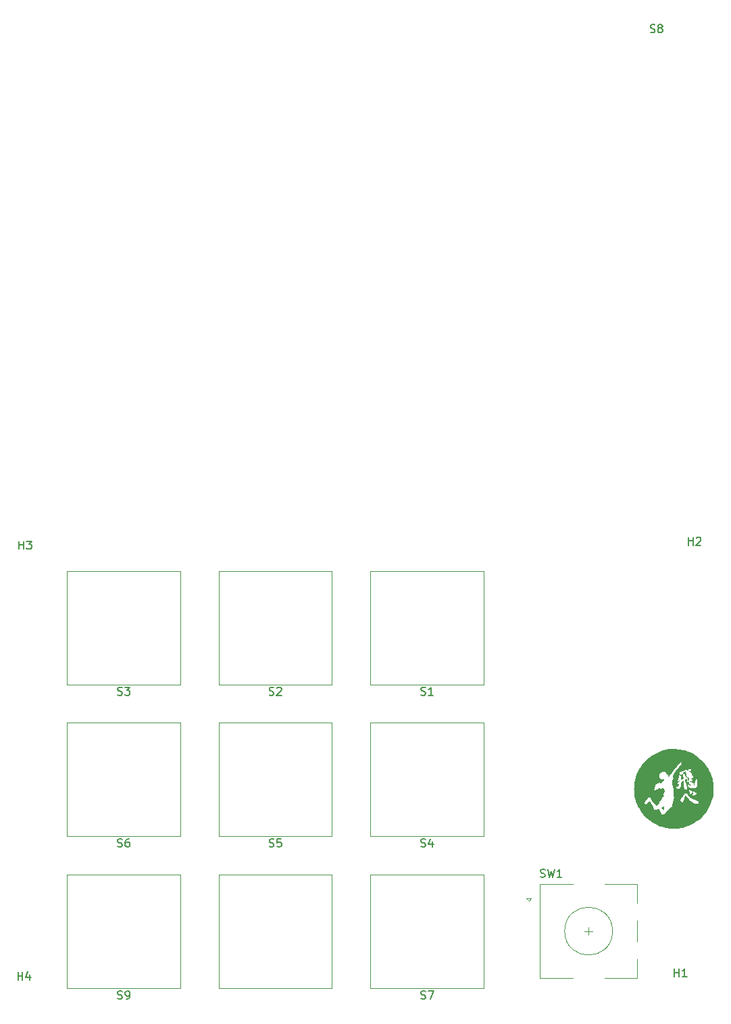
<source format=gto>
G04 #@! TF.GenerationSoftware,KiCad,Pcbnew,8.0.0*
G04 #@! TF.CreationDate,2024-03-13T16:50:10+05:30*
G04 #@! TF.ProjectId,CoryDora,436f7279-446f-4726-912e-6b696361645f,rev?*
G04 #@! TF.SameCoordinates,Original*
G04 #@! TF.FileFunction,Legend,Top*
G04 #@! TF.FilePolarity,Positive*
%FSLAX46Y46*%
G04 Gerber Fmt 4.6, Leading zero omitted, Abs format (unit mm)*
G04 Created by KiCad (PCBNEW 8.0.0) date 2024-03-13 16:50:10*
%MOMM*%
%LPD*%
G01*
G04 APERTURE LIST*
%ADD10C,0.150000*%
%ADD11C,0.000000*%
%ADD12C,0.120000*%
%ADD13C,2.200000*%
%ADD14C,1.750000*%
%ADD15C,4.000000*%
%ADD16C,3.600000*%
%ADD17R,2.000000X2.000000*%
%ADD18C,2.000000*%
%ADD19R,3.200000X2.000000*%
%ADD20R,1.700000X1.700000*%
%ADD21O,1.700000X1.700000*%
%ADD22R,1.600000X1.600000*%
%ADD23O,1.600000X1.600000*%
%ADD24O,2.500000X1.500000*%
%ADD25O,1.500000X2.500000*%
G04 APERTURE END LIST*
D10*
X165633495Y-139672081D02*
X165633495Y-138672081D01*
X165633495Y-139148271D02*
X166204923Y-139148271D01*
X166204923Y-139672081D02*
X166204923Y-138672081D01*
X167204923Y-139672081D02*
X166633495Y-139672081D01*
X166919209Y-139672081D02*
X166919209Y-138672081D01*
X166919209Y-138672081D02*
X166823971Y-138814938D01*
X166823971Y-138814938D02*
X166728733Y-138910176D01*
X166728733Y-138910176D02*
X166633495Y-138957795D01*
X114883095Y-104390462D02*
X115025952Y-104438081D01*
X115025952Y-104438081D02*
X115264047Y-104438081D01*
X115264047Y-104438081D02*
X115359285Y-104390462D01*
X115359285Y-104390462D02*
X115406904Y-104342842D01*
X115406904Y-104342842D02*
X115454523Y-104247604D01*
X115454523Y-104247604D02*
X115454523Y-104152366D01*
X115454523Y-104152366D02*
X115406904Y-104057128D01*
X115406904Y-104057128D02*
X115359285Y-104009509D01*
X115359285Y-104009509D02*
X115264047Y-103961890D01*
X115264047Y-103961890D02*
X115073571Y-103914271D01*
X115073571Y-103914271D02*
X114978333Y-103866652D01*
X114978333Y-103866652D02*
X114930714Y-103819033D01*
X114930714Y-103819033D02*
X114883095Y-103723795D01*
X114883095Y-103723795D02*
X114883095Y-103628557D01*
X114883095Y-103628557D02*
X114930714Y-103533319D01*
X114930714Y-103533319D02*
X114978333Y-103485700D01*
X114978333Y-103485700D02*
X115073571Y-103438081D01*
X115073571Y-103438081D02*
X115311666Y-103438081D01*
X115311666Y-103438081D02*
X115454523Y-103485700D01*
X115835476Y-103533319D02*
X115883095Y-103485700D01*
X115883095Y-103485700D02*
X115978333Y-103438081D01*
X115978333Y-103438081D02*
X116216428Y-103438081D01*
X116216428Y-103438081D02*
X116311666Y-103485700D01*
X116311666Y-103485700D02*
X116359285Y-103533319D01*
X116359285Y-103533319D02*
X116406904Y-103628557D01*
X116406904Y-103628557D02*
X116406904Y-103723795D01*
X116406904Y-103723795D02*
X116359285Y-103866652D01*
X116359285Y-103866652D02*
X115787857Y-104438081D01*
X115787857Y-104438081D02*
X116406904Y-104438081D01*
X133883095Y-104390462D02*
X134025952Y-104438081D01*
X134025952Y-104438081D02*
X134264047Y-104438081D01*
X134264047Y-104438081D02*
X134359285Y-104390462D01*
X134359285Y-104390462D02*
X134406904Y-104342842D01*
X134406904Y-104342842D02*
X134454523Y-104247604D01*
X134454523Y-104247604D02*
X134454523Y-104152366D01*
X134454523Y-104152366D02*
X134406904Y-104057128D01*
X134406904Y-104057128D02*
X134359285Y-104009509D01*
X134359285Y-104009509D02*
X134264047Y-103961890D01*
X134264047Y-103961890D02*
X134073571Y-103914271D01*
X134073571Y-103914271D02*
X133978333Y-103866652D01*
X133978333Y-103866652D02*
X133930714Y-103819033D01*
X133930714Y-103819033D02*
X133883095Y-103723795D01*
X133883095Y-103723795D02*
X133883095Y-103628557D01*
X133883095Y-103628557D02*
X133930714Y-103533319D01*
X133930714Y-103533319D02*
X133978333Y-103485700D01*
X133978333Y-103485700D02*
X134073571Y-103438081D01*
X134073571Y-103438081D02*
X134311666Y-103438081D01*
X134311666Y-103438081D02*
X134454523Y-103485700D01*
X135406904Y-104438081D02*
X134835476Y-104438081D01*
X135121190Y-104438081D02*
X135121190Y-103438081D01*
X135121190Y-103438081D02*
X135025952Y-103580938D01*
X135025952Y-103580938D02*
X134930714Y-103676176D01*
X134930714Y-103676176D02*
X134835476Y-103723795D01*
X83388295Y-140103881D02*
X83388295Y-139103881D01*
X83388295Y-139580071D02*
X83959723Y-139580071D01*
X83959723Y-140103881D02*
X83959723Y-139103881D01*
X84864485Y-139437214D02*
X84864485Y-140103881D01*
X84626390Y-139056262D02*
X84388295Y-139770547D01*
X84388295Y-139770547D02*
X85007342Y-139770547D01*
X148861667Y-127190462D02*
X149004524Y-127238081D01*
X149004524Y-127238081D02*
X149242619Y-127238081D01*
X149242619Y-127238081D02*
X149337857Y-127190462D01*
X149337857Y-127190462D02*
X149385476Y-127142842D01*
X149385476Y-127142842D02*
X149433095Y-127047604D01*
X149433095Y-127047604D02*
X149433095Y-126952366D01*
X149433095Y-126952366D02*
X149385476Y-126857128D01*
X149385476Y-126857128D02*
X149337857Y-126809509D01*
X149337857Y-126809509D02*
X149242619Y-126761890D01*
X149242619Y-126761890D02*
X149052143Y-126714271D01*
X149052143Y-126714271D02*
X148956905Y-126666652D01*
X148956905Y-126666652D02*
X148909286Y-126619033D01*
X148909286Y-126619033D02*
X148861667Y-126523795D01*
X148861667Y-126523795D02*
X148861667Y-126428557D01*
X148861667Y-126428557D02*
X148909286Y-126333319D01*
X148909286Y-126333319D02*
X148956905Y-126285700D01*
X148956905Y-126285700D02*
X149052143Y-126238081D01*
X149052143Y-126238081D02*
X149290238Y-126238081D01*
X149290238Y-126238081D02*
X149433095Y-126285700D01*
X149766429Y-126238081D02*
X150004524Y-127238081D01*
X150004524Y-127238081D02*
X150195000Y-126523795D01*
X150195000Y-126523795D02*
X150385476Y-127238081D01*
X150385476Y-127238081D02*
X150623572Y-126238081D01*
X151528333Y-127238081D02*
X150956905Y-127238081D01*
X151242619Y-127238081D02*
X151242619Y-126238081D01*
X151242619Y-126238081D02*
X151147381Y-126380938D01*
X151147381Y-126380938D02*
X151052143Y-126476176D01*
X151052143Y-126476176D02*
X150956905Y-126523795D01*
X95883095Y-104390462D02*
X96025952Y-104438081D01*
X96025952Y-104438081D02*
X96264047Y-104438081D01*
X96264047Y-104438081D02*
X96359285Y-104390462D01*
X96359285Y-104390462D02*
X96406904Y-104342842D01*
X96406904Y-104342842D02*
X96454523Y-104247604D01*
X96454523Y-104247604D02*
X96454523Y-104152366D01*
X96454523Y-104152366D02*
X96406904Y-104057128D01*
X96406904Y-104057128D02*
X96359285Y-104009509D01*
X96359285Y-104009509D02*
X96264047Y-103961890D01*
X96264047Y-103961890D02*
X96073571Y-103914271D01*
X96073571Y-103914271D02*
X95978333Y-103866652D01*
X95978333Y-103866652D02*
X95930714Y-103819033D01*
X95930714Y-103819033D02*
X95883095Y-103723795D01*
X95883095Y-103723795D02*
X95883095Y-103628557D01*
X95883095Y-103628557D02*
X95930714Y-103533319D01*
X95930714Y-103533319D02*
X95978333Y-103485700D01*
X95978333Y-103485700D02*
X96073571Y-103438081D01*
X96073571Y-103438081D02*
X96311666Y-103438081D01*
X96311666Y-103438081D02*
X96454523Y-103485700D01*
X96787857Y-103438081D02*
X97406904Y-103438081D01*
X97406904Y-103438081D02*
X97073571Y-103819033D01*
X97073571Y-103819033D02*
X97216428Y-103819033D01*
X97216428Y-103819033D02*
X97311666Y-103866652D01*
X97311666Y-103866652D02*
X97359285Y-103914271D01*
X97359285Y-103914271D02*
X97406904Y-104009509D01*
X97406904Y-104009509D02*
X97406904Y-104247604D01*
X97406904Y-104247604D02*
X97359285Y-104342842D01*
X97359285Y-104342842D02*
X97311666Y-104390462D01*
X97311666Y-104390462D02*
X97216428Y-104438081D01*
X97216428Y-104438081D02*
X96930714Y-104438081D01*
X96930714Y-104438081D02*
X96835476Y-104390462D01*
X96835476Y-104390462D02*
X96787857Y-104342842D01*
X83515295Y-86128881D02*
X83515295Y-85128881D01*
X83515295Y-85605071D02*
X84086723Y-85605071D01*
X84086723Y-86128881D02*
X84086723Y-85128881D01*
X84467676Y-85128881D02*
X85086723Y-85128881D01*
X85086723Y-85128881D02*
X84753390Y-85509833D01*
X84753390Y-85509833D02*
X84896247Y-85509833D01*
X84896247Y-85509833D02*
X84991485Y-85557452D01*
X84991485Y-85557452D02*
X85039104Y-85605071D01*
X85039104Y-85605071D02*
X85086723Y-85700309D01*
X85086723Y-85700309D02*
X85086723Y-85938404D01*
X85086723Y-85938404D02*
X85039104Y-86033642D01*
X85039104Y-86033642D02*
X84991485Y-86081262D01*
X84991485Y-86081262D02*
X84896247Y-86128881D01*
X84896247Y-86128881D02*
X84610533Y-86128881D01*
X84610533Y-86128881D02*
X84515295Y-86081262D01*
X84515295Y-86081262D02*
X84467676Y-86033642D01*
X162633095Y-21382200D02*
X162775952Y-21429819D01*
X162775952Y-21429819D02*
X163014047Y-21429819D01*
X163014047Y-21429819D02*
X163109285Y-21382200D01*
X163109285Y-21382200D02*
X163156904Y-21334580D01*
X163156904Y-21334580D02*
X163204523Y-21239342D01*
X163204523Y-21239342D02*
X163204523Y-21144104D01*
X163204523Y-21144104D02*
X163156904Y-21048866D01*
X163156904Y-21048866D02*
X163109285Y-21001247D01*
X163109285Y-21001247D02*
X163014047Y-20953628D01*
X163014047Y-20953628D02*
X162823571Y-20906009D01*
X162823571Y-20906009D02*
X162728333Y-20858390D01*
X162728333Y-20858390D02*
X162680714Y-20810771D01*
X162680714Y-20810771D02*
X162633095Y-20715533D01*
X162633095Y-20715533D02*
X162633095Y-20620295D01*
X162633095Y-20620295D02*
X162680714Y-20525057D01*
X162680714Y-20525057D02*
X162728333Y-20477438D01*
X162728333Y-20477438D02*
X162823571Y-20429819D01*
X162823571Y-20429819D02*
X163061666Y-20429819D01*
X163061666Y-20429819D02*
X163204523Y-20477438D01*
X163775952Y-20858390D02*
X163680714Y-20810771D01*
X163680714Y-20810771D02*
X163633095Y-20763152D01*
X163633095Y-20763152D02*
X163585476Y-20667914D01*
X163585476Y-20667914D02*
X163585476Y-20620295D01*
X163585476Y-20620295D02*
X163633095Y-20525057D01*
X163633095Y-20525057D02*
X163680714Y-20477438D01*
X163680714Y-20477438D02*
X163775952Y-20429819D01*
X163775952Y-20429819D02*
X163966428Y-20429819D01*
X163966428Y-20429819D02*
X164061666Y-20477438D01*
X164061666Y-20477438D02*
X164109285Y-20525057D01*
X164109285Y-20525057D02*
X164156904Y-20620295D01*
X164156904Y-20620295D02*
X164156904Y-20667914D01*
X164156904Y-20667914D02*
X164109285Y-20763152D01*
X164109285Y-20763152D02*
X164061666Y-20810771D01*
X164061666Y-20810771D02*
X163966428Y-20858390D01*
X163966428Y-20858390D02*
X163775952Y-20858390D01*
X163775952Y-20858390D02*
X163680714Y-20906009D01*
X163680714Y-20906009D02*
X163633095Y-20953628D01*
X163633095Y-20953628D02*
X163585476Y-21048866D01*
X163585476Y-21048866D02*
X163585476Y-21239342D01*
X163585476Y-21239342D02*
X163633095Y-21334580D01*
X163633095Y-21334580D02*
X163680714Y-21382200D01*
X163680714Y-21382200D02*
X163775952Y-21429819D01*
X163775952Y-21429819D02*
X163966428Y-21429819D01*
X163966428Y-21429819D02*
X164061666Y-21382200D01*
X164061666Y-21382200D02*
X164109285Y-21334580D01*
X164109285Y-21334580D02*
X164156904Y-21239342D01*
X164156904Y-21239342D02*
X164156904Y-21048866D01*
X164156904Y-21048866D02*
X164109285Y-20953628D01*
X164109285Y-20953628D02*
X164061666Y-20906009D01*
X164061666Y-20906009D02*
X163966428Y-20858390D01*
X95883095Y-123390462D02*
X96025952Y-123438081D01*
X96025952Y-123438081D02*
X96264047Y-123438081D01*
X96264047Y-123438081D02*
X96359285Y-123390462D01*
X96359285Y-123390462D02*
X96406904Y-123342842D01*
X96406904Y-123342842D02*
X96454523Y-123247604D01*
X96454523Y-123247604D02*
X96454523Y-123152366D01*
X96454523Y-123152366D02*
X96406904Y-123057128D01*
X96406904Y-123057128D02*
X96359285Y-123009509D01*
X96359285Y-123009509D02*
X96264047Y-122961890D01*
X96264047Y-122961890D02*
X96073571Y-122914271D01*
X96073571Y-122914271D02*
X95978333Y-122866652D01*
X95978333Y-122866652D02*
X95930714Y-122819033D01*
X95930714Y-122819033D02*
X95883095Y-122723795D01*
X95883095Y-122723795D02*
X95883095Y-122628557D01*
X95883095Y-122628557D02*
X95930714Y-122533319D01*
X95930714Y-122533319D02*
X95978333Y-122485700D01*
X95978333Y-122485700D02*
X96073571Y-122438081D01*
X96073571Y-122438081D02*
X96311666Y-122438081D01*
X96311666Y-122438081D02*
X96454523Y-122485700D01*
X97311666Y-122438081D02*
X97121190Y-122438081D01*
X97121190Y-122438081D02*
X97025952Y-122485700D01*
X97025952Y-122485700D02*
X96978333Y-122533319D01*
X96978333Y-122533319D02*
X96883095Y-122676176D01*
X96883095Y-122676176D02*
X96835476Y-122866652D01*
X96835476Y-122866652D02*
X96835476Y-123247604D01*
X96835476Y-123247604D02*
X96883095Y-123342842D01*
X96883095Y-123342842D02*
X96930714Y-123390462D01*
X96930714Y-123390462D02*
X97025952Y-123438081D01*
X97025952Y-123438081D02*
X97216428Y-123438081D01*
X97216428Y-123438081D02*
X97311666Y-123390462D01*
X97311666Y-123390462D02*
X97359285Y-123342842D01*
X97359285Y-123342842D02*
X97406904Y-123247604D01*
X97406904Y-123247604D02*
X97406904Y-123009509D01*
X97406904Y-123009509D02*
X97359285Y-122914271D01*
X97359285Y-122914271D02*
X97311666Y-122866652D01*
X97311666Y-122866652D02*
X97216428Y-122819033D01*
X97216428Y-122819033D02*
X97025952Y-122819033D01*
X97025952Y-122819033D02*
X96930714Y-122866652D01*
X96930714Y-122866652D02*
X96883095Y-122914271D01*
X96883095Y-122914271D02*
X96835476Y-123009509D01*
X95883095Y-142440462D02*
X96025952Y-142488081D01*
X96025952Y-142488081D02*
X96264047Y-142488081D01*
X96264047Y-142488081D02*
X96359285Y-142440462D01*
X96359285Y-142440462D02*
X96406904Y-142392842D01*
X96406904Y-142392842D02*
X96454523Y-142297604D01*
X96454523Y-142297604D02*
X96454523Y-142202366D01*
X96454523Y-142202366D02*
X96406904Y-142107128D01*
X96406904Y-142107128D02*
X96359285Y-142059509D01*
X96359285Y-142059509D02*
X96264047Y-142011890D01*
X96264047Y-142011890D02*
X96073571Y-141964271D01*
X96073571Y-141964271D02*
X95978333Y-141916652D01*
X95978333Y-141916652D02*
X95930714Y-141869033D01*
X95930714Y-141869033D02*
X95883095Y-141773795D01*
X95883095Y-141773795D02*
X95883095Y-141678557D01*
X95883095Y-141678557D02*
X95930714Y-141583319D01*
X95930714Y-141583319D02*
X95978333Y-141535700D01*
X95978333Y-141535700D02*
X96073571Y-141488081D01*
X96073571Y-141488081D02*
X96311666Y-141488081D01*
X96311666Y-141488081D02*
X96454523Y-141535700D01*
X96930714Y-142488081D02*
X97121190Y-142488081D01*
X97121190Y-142488081D02*
X97216428Y-142440462D01*
X97216428Y-142440462D02*
X97264047Y-142392842D01*
X97264047Y-142392842D02*
X97359285Y-142249985D01*
X97359285Y-142249985D02*
X97406904Y-142059509D01*
X97406904Y-142059509D02*
X97406904Y-141678557D01*
X97406904Y-141678557D02*
X97359285Y-141583319D01*
X97359285Y-141583319D02*
X97311666Y-141535700D01*
X97311666Y-141535700D02*
X97216428Y-141488081D01*
X97216428Y-141488081D02*
X97025952Y-141488081D01*
X97025952Y-141488081D02*
X96930714Y-141535700D01*
X96930714Y-141535700D02*
X96883095Y-141583319D01*
X96883095Y-141583319D02*
X96835476Y-141678557D01*
X96835476Y-141678557D02*
X96835476Y-141916652D01*
X96835476Y-141916652D02*
X96883095Y-142011890D01*
X96883095Y-142011890D02*
X96930714Y-142059509D01*
X96930714Y-142059509D02*
X97025952Y-142107128D01*
X97025952Y-142107128D02*
X97216428Y-142107128D01*
X97216428Y-142107128D02*
X97311666Y-142059509D01*
X97311666Y-142059509D02*
X97359285Y-142011890D01*
X97359285Y-142011890D02*
X97406904Y-141916652D01*
X133883095Y-123390462D02*
X134025952Y-123438081D01*
X134025952Y-123438081D02*
X134264047Y-123438081D01*
X134264047Y-123438081D02*
X134359285Y-123390462D01*
X134359285Y-123390462D02*
X134406904Y-123342842D01*
X134406904Y-123342842D02*
X134454523Y-123247604D01*
X134454523Y-123247604D02*
X134454523Y-123152366D01*
X134454523Y-123152366D02*
X134406904Y-123057128D01*
X134406904Y-123057128D02*
X134359285Y-123009509D01*
X134359285Y-123009509D02*
X134264047Y-122961890D01*
X134264047Y-122961890D02*
X134073571Y-122914271D01*
X134073571Y-122914271D02*
X133978333Y-122866652D01*
X133978333Y-122866652D02*
X133930714Y-122819033D01*
X133930714Y-122819033D02*
X133883095Y-122723795D01*
X133883095Y-122723795D02*
X133883095Y-122628557D01*
X133883095Y-122628557D02*
X133930714Y-122533319D01*
X133930714Y-122533319D02*
X133978333Y-122485700D01*
X133978333Y-122485700D02*
X134073571Y-122438081D01*
X134073571Y-122438081D02*
X134311666Y-122438081D01*
X134311666Y-122438081D02*
X134454523Y-122485700D01*
X135311666Y-122771414D02*
X135311666Y-123438081D01*
X135073571Y-122390462D02*
X134835476Y-123104747D01*
X134835476Y-123104747D02*
X135454523Y-123104747D01*
X133883095Y-142440462D02*
X134025952Y-142488081D01*
X134025952Y-142488081D02*
X134264047Y-142488081D01*
X134264047Y-142488081D02*
X134359285Y-142440462D01*
X134359285Y-142440462D02*
X134406904Y-142392842D01*
X134406904Y-142392842D02*
X134454523Y-142297604D01*
X134454523Y-142297604D02*
X134454523Y-142202366D01*
X134454523Y-142202366D02*
X134406904Y-142107128D01*
X134406904Y-142107128D02*
X134359285Y-142059509D01*
X134359285Y-142059509D02*
X134264047Y-142011890D01*
X134264047Y-142011890D02*
X134073571Y-141964271D01*
X134073571Y-141964271D02*
X133978333Y-141916652D01*
X133978333Y-141916652D02*
X133930714Y-141869033D01*
X133930714Y-141869033D02*
X133883095Y-141773795D01*
X133883095Y-141773795D02*
X133883095Y-141678557D01*
X133883095Y-141678557D02*
X133930714Y-141583319D01*
X133930714Y-141583319D02*
X133978333Y-141535700D01*
X133978333Y-141535700D02*
X134073571Y-141488081D01*
X134073571Y-141488081D02*
X134311666Y-141488081D01*
X134311666Y-141488081D02*
X134454523Y-141535700D01*
X134787857Y-141488081D02*
X135454523Y-141488081D01*
X135454523Y-141488081D02*
X135025952Y-142488081D01*
X167386095Y-85646281D02*
X167386095Y-84646281D01*
X167386095Y-85122471D02*
X167957523Y-85122471D01*
X167957523Y-85646281D02*
X167957523Y-84646281D01*
X168386095Y-84741519D02*
X168433714Y-84693900D01*
X168433714Y-84693900D02*
X168528952Y-84646281D01*
X168528952Y-84646281D02*
X168767047Y-84646281D01*
X168767047Y-84646281D02*
X168862285Y-84693900D01*
X168862285Y-84693900D02*
X168909904Y-84741519D01*
X168909904Y-84741519D02*
X168957523Y-84836757D01*
X168957523Y-84836757D02*
X168957523Y-84931995D01*
X168957523Y-84931995D02*
X168909904Y-85074852D01*
X168909904Y-85074852D02*
X168338476Y-85646281D01*
X168338476Y-85646281D02*
X168957523Y-85646281D01*
X114883095Y-123390462D02*
X115025952Y-123438081D01*
X115025952Y-123438081D02*
X115264047Y-123438081D01*
X115264047Y-123438081D02*
X115359285Y-123390462D01*
X115359285Y-123390462D02*
X115406904Y-123342842D01*
X115406904Y-123342842D02*
X115454523Y-123247604D01*
X115454523Y-123247604D02*
X115454523Y-123152366D01*
X115454523Y-123152366D02*
X115406904Y-123057128D01*
X115406904Y-123057128D02*
X115359285Y-123009509D01*
X115359285Y-123009509D02*
X115264047Y-122961890D01*
X115264047Y-122961890D02*
X115073571Y-122914271D01*
X115073571Y-122914271D02*
X114978333Y-122866652D01*
X114978333Y-122866652D02*
X114930714Y-122819033D01*
X114930714Y-122819033D02*
X114883095Y-122723795D01*
X114883095Y-122723795D02*
X114883095Y-122628557D01*
X114883095Y-122628557D02*
X114930714Y-122533319D01*
X114930714Y-122533319D02*
X114978333Y-122485700D01*
X114978333Y-122485700D02*
X115073571Y-122438081D01*
X115073571Y-122438081D02*
X115311666Y-122438081D01*
X115311666Y-122438081D02*
X115454523Y-122485700D01*
X116359285Y-122438081D02*
X115883095Y-122438081D01*
X115883095Y-122438081D02*
X115835476Y-122914271D01*
X115835476Y-122914271D02*
X115883095Y-122866652D01*
X115883095Y-122866652D02*
X115978333Y-122819033D01*
X115978333Y-122819033D02*
X116216428Y-122819033D01*
X116216428Y-122819033D02*
X116311666Y-122866652D01*
X116311666Y-122866652D02*
X116359285Y-122914271D01*
X116359285Y-122914271D02*
X116406904Y-123009509D01*
X116406904Y-123009509D02*
X116406904Y-123247604D01*
X116406904Y-123247604D02*
X116359285Y-123342842D01*
X116359285Y-123342842D02*
X116311666Y-123390462D01*
X116311666Y-123390462D02*
X116216428Y-123438081D01*
X116216428Y-123438081D02*
X115978333Y-123438081D01*
X115978333Y-123438081D02*
X115883095Y-123390462D01*
X115883095Y-123390462D02*
X115835476Y-123342842D01*
D11*
G36*
X164377464Y-118348354D02*
G01*
X164378134Y-118367411D01*
X164372558Y-118411086D01*
X164362242Y-118472022D01*
X164348696Y-118542863D01*
X164333427Y-118616253D01*
X164317943Y-118684833D01*
X164303753Y-118741249D01*
X164292362Y-118778143D01*
X164287350Y-118788005D01*
X164271260Y-118782308D01*
X164237281Y-118756812D01*
X164190238Y-118715523D01*
X164134955Y-118662446D01*
X164129301Y-118656787D01*
X163985003Y-118511817D01*
X164176309Y-118425162D01*
X164248976Y-118393302D01*
X164310549Y-118368298D01*
X164355080Y-118352419D01*
X164376619Y-118347939D01*
X164377464Y-118348354D01*
G37*
G36*
X167063823Y-113924985D02*
G01*
X167074330Y-113945301D01*
X167083997Y-113985919D01*
X167086572Y-114003106D01*
X167107886Y-114164075D01*
X167127281Y-114295502D01*
X167145475Y-114400642D01*
X167163182Y-114482748D01*
X167181121Y-114545076D01*
X167200008Y-114590878D01*
X167220558Y-114623410D01*
X167224080Y-114627637D01*
X167250358Y-114649391D01*
X167296358Y-114679905D01*
X167352541Y-114712888D01*
X167357526Y-114715629D01*
X167430229Y-114756787D01*
X167478228Y-114788857D01*
X167506499Y-114816945D01*
X167520018Y-114846159D01*
X167523763Y-114881608D01*
X167523791Y-114886281D01*
X167514520Y-114938445D01*
X167485609Y-115003572D01*
X167435412Y-115084737D01*
X167367729Y-115177905D01*
X167334865Y-115217664D01*
X167315002Y-115232172D01*
X167304053Y-115224290D01*
X167303482Y-115222888D01*
X167293513Y-115160969D01*
X167301878Y-115087604D01*
X167326382Y-115018558D01*
X167353658Y-114948922D01*
X167355750Y-114888487D01*
X167331470Y-114827855D01*
X167295867Y-114777387D01*
X167256220Y-114729534D01*
X167219721Y-114688679D01*
X167200150Y-114669133D01*
X167177748Y-114652360D01*
X167157756Y-114652077D01*
X167128165Y-114669908D01*
X167113054Y-114680925D01*
X167075871Y-114704203D01*
X167049044Y-114713601D01*
X167044264Y-114712702D01*
X167037596Y-114693239D01*
X167032635Y-114649563D01*
X167030284Y-114590351D01*
X167030207Y-114577529D01*
X167025104Y-114485996D01*
X167006721Y-114417603D01*
X166970295Y-114363711D01*
X166911059Y-114315679D01*
X166872704Y-114291923D01*
X166807290Y-114251280D01*
X166769463Y-114219272D01*
X166756990Y-114190629D01*
X166767639Y-114160082D01*
X166799178Y-114122361D01*
X166800357Y-114121133D01*
X166845210Y-114078209D01*
X166898182Y-114032990D01*
X166952861Y-113990248D01*
X167002835Y-113954758D01*
X167041693Y-113931292D01*
X167063023Y-113924624D01*
X167063823Y-113924985D01*
G37*
G36*
X165781758Y-111173988D02*
G01*
X166182195Y-111207277D01*
X166583286Y-111272550D01*
X166677095Y-111292489D01*
X166807058Y-111324830D01*
X166957429Y-111367960D01*
X167118805Y-111418742D01*
X167281785Y-111474039D01*
X167436967Y-111530713D01*
X167574948Y-111585628D01*
X167638947Y-111613424D01*
X167995118Y-111792096D01*
X168334867Y-111998623D01*
X168656671Y-112231525D01*
X168959009Y-112489323D01*
X169240358Y-112770536D01*
X169499197Y-113073687D01*
X169734004Y-113397294D01*
X169943257Y-113739879D01*
X170064524Y-113971378D01*
X170177649Y-114214384D01*
X170272384Y-114447423D01*
X170351380Y-114679062D01*
X170417289Y-114917866D01*
X170472761Y-115172403D01*
X170518432Y-115438053D01*
X170534765Y-115568609D01*
X170547898Y-115722176D01*
X170557592Y-115890299D01*
X170563607Y-116064523D01*
X170565706Y-116236391D01*
X170563651Y-116397449D01*
X170557201Y-116539241D01*
X170551451Y-116608369D01*
X170500149Y-116977915D01*
X170422419Y-117345528D01*
X170319831Y-117706815D01*
X170193957Y-118057385D01*
X170046368Y-118392846D01*
X169878635Y-118708806D01*
X169698925Y-118991421D01*
X169548655Y-119193404D01*
X169376890Y-119399998D01*
X169191071Y-119603229D01*
X168998638Y-119795120D01*
X168807031Y-119967697D01*
X168724698Y-120035622D01*
X168428135Y-120255178D01*
X168112547Y-120455694D01*
X167783282Y-120634463D01*
X167445690Y-120788780D01*
X167105117Y-120915939D01*
X166816932Y-121000741D01*
X166693208Y-121031949D01*
X166585173Y-121057538D01*
X166487460Y-121078100D01*
X166394699Y-121094223D01*
X166301519Y-121106496D01*
X166202552Y-121115510D01*
X166092427Y-121121853D01*
X165965775Y-121126116D01*
X165817227Y-121128888D01*
X165641412Y-121130757D01*
X165631952Y-121130836D01*
X165490832Y-121131607D01*
X165355305Y-121131594D01*
X165230105Y-121130853D01*
X165119963Y-121129441D01*
X165029613Y-121127415D01*
X164963785Y-121124831D01*
X164932794Y-121122497D01*
X164754103Y-121095637D01*
X164554152Y-121054353D01*
X164340174Y-121000680D01*
X164119399Y-120936651D01*
X163899058Y-120864300D01*
X163686381Y-120785661D01*
X163576398Y-120740932D01*
X163230406Y-120577463D01*
X162898540Y-120385299D01*
X162582311Y-120166134D01*
X162283232Y-119921660D01*
X162002816Y-119653571D01*
X161742573Y-119363559D01*
X161504018Y-119053318D01*
X161288663Y-118724542D01*
X161098019Y-118378922D01*
X160933600Y-118018153D01*
X160901382Y-117929942D01*
X161922581Y-117929942D01*
X161930134Y-117984087D01*
X161961256Y-118033575D01*
X161968187Y-118041389D01*
X162003393Y-118070850D01*
X162040549Y-118080448D01*
X162083807Y-118068742D01*
X162137324Y-118034288D01*
X162205251Y-117975646D01*
X162232764Y-117949559D01*
X162320334Y-117867614D01*
X162390470Y-117808561D01*
X162447193Y-117770348D01*
X162494523Y-117750926D01*
X162536483Y-117748243D01*
X162577092Y-117760247D01*
X162590693Y-117766981D01*
X162623041Y-117795326D01*
X162665544Y-117848745D01*
X162715369Y-117922082D01*
X162769684Y-118010183D01*
X162825657Y-118107892D01*
X162880454Y-118210052D01*
X162931243Y-118311510D01*
X162975192Y-118407108D01*
X163009467Y-118491693D01*
X163031237Y-118560107D01*
X163034539Y-118574808D01*
X163050140Y-118636191D01*
X163070016Y-118691721D01*
X163082038Y-118715956D01*
X163118823Y-118756246D01*
X163171505Y-118791979D01*
X163226112Y-118814741D01*
X163252613Y-118818688D01*
X163300156Y-118810403D01*
X163367093Y-118787778D01*
X163445075Y-118754158D01*
X163525753Y-118712889D01*
X163547401Y-118700585D01*
X163606651Y-118669384D01*
X163658241Y-118648116D01*
X163692806Y-118640566D01*
X163695458Y-118640775D01*
X163715093Y-118650097D01*
X163737929Y-118675421D01*
X163766780Y-118720878D01*
X163804457Y-118790595D01*
X163825198Y-118831294D01*
X163867553Y-118919704D01*
X163909540Y-119014689D01*
X163945679Y-119103472D01*
X163966321Y-119160310D01*
X163991756Y-119232385D01*
X164014030Y-119281547D01*
X164038446Y-119316677D01*
X164070306Y-119346655D01*
X164084037Y-119357451D01*
X164147014Y-119396893D01*
X164203530Y-119409773D01*
X164261313Y-119395749D01*
X164328092Y-119354480D01*
X164339047Y-119346163D01*
X164375786Y-119314174D01*
X164429658Y-119262513D01*
X164495855Y-119196026D01*
X164569570Y-119119559D01*
X164645996Y-119037958D01*
X164661356Y-119021260D01*
X164777831Y-118894361D01*
X164874606Y-118789511D01*
X164954167Y-118704462D01*
X165018998Y-118636966D01*
X165071583Y-118584775D01*
X165114408Y-118545639D01*
X165149957Y-118517310D01*
X165180715Y-118497541D01*
X165209166Y-118484082D01*
X165237795Y-118474685D01*
X165269087Y-118467102D01*
X165275232Y-118465748D01*
X165304213Y-118453901D01*
X165327604Y-118429759D01*
X165346840Y-118389225D01*
X165363356Y-118328200D01*
X165378586Y-118242587D01*
X165393966Y-118128288D01*
X165394267Y-118125823D01*
X165407884Y-118028002D01*
X165424783Y-117926715D01*
X165442762Y-117834244D01*
X165458810Y-117765846D01*
X165480770Y-117683110D01*
X165503751Y-117594688D01*
X165519358Y-117533246D01*
X166394730Y-117533246D01*
X166403440Y-117560939D01*
X166420044Y-117594153D01*
X166422267Y-117598376D01*
X166456673Y-117653107D01*
X166503356Y-117714325D01*
X166539054Y-117754700D01*
X166595109Y-117805280D01*
X166642851Y-117829212D01*
X166684658Y-117825313D01*
X166722904Y-117792402D01*
X166759965Y-117729293D01*
X166798216Y-117634804D01*
X166802181Y-117623634D01*
X166821653Y-117561422D01*
X166843262Y-117481882D01*
X166862991Y-117400004D01*
X166866910Y-117382091D01*
X166888875Y-117290545D01*
X166914364Y-117202198D01*
X166941285Y-117122670D01*
X166967547Y-117057577D01*
X166991055Y-117012539D01*
X167009720Y-116993173D01*
X167011876Y-116992830D01*
X167037863Y-116997279D01*
X167068850Y-117012401D01*
X167106985Y-117040292D01*
X167154416Y-117083045D01*
X167213293Y-117142756D01*
X167285765Y-117221519D01*
X167373979Y-117321429D01*
X167480085Y-117444580D01*
X167503750Y-117472310D01*
X167654305Y-117638994D01*
X167796484Y-117775345D01*
X167931908Y-117882376D01*
X168062199Y-117961099D01*
X168188978Y-118012526D01*
X168313868Y-118037670D01*
X168412133Y-118039624D01*
X168484154Y-118032151D01*
X168553415Y-118019545D01*
X168603925Y-118004877D01*
X168664339Y-117967889D01*
X168695338Y-117919413D01*
X168697085Y-117862369D01*
X168669744Y-117799675D01*
X168613479Y-117734250D01*
X168587451Y-117711627D01*
X168508270Y-117650282D01*
X168441250Y-117607508D01*
X168375656Y-117578246D01*
X168300756Y-117557439D01*
X168232756Y-117544464D01*
X168059449Y-117503881D01*
X167900718Y-117442257D01*
X167753056Y-117357223D01*
X167612958Y-117246409D01*
X167476920Y-117107447D01*
X167418391Y-117034516D01*
X167865148Y-117034516D01*
X167876607Y-117042004D01*
X167893049Y-117035560D01*
X167931202Y-117018611D01*
X167983043Y-116994726D01*
X167986750Y-116992992D01*
X168055876Y-116964371D01*
X168128611Y-116940005D01*
X168178224Y-116927531D01*
X168274004Y-116901887D01*
X168340424Y-116865771D01*
X168379942Y-116817096D01*
X168395014Y-116753775D01*
X168395317Y-116743059D01*
X168390783Y-116701162D01*
X168371990Y-116667092D01*
X168332061Y-116628454D01*
X168331415Y-116627904D01*
X168269056Y-116579496D01*
X168200548Y-116533796D01*
X168134322Y-116495757D01*
X168078810Y-116470335D01*
X168050216Y-116462627D01*
X168030229Y-116461766D01*
X168017539Y-116468856D01*
X168009826Y-116490173D01*
X168004769Y-116531992D01*
X168000222Y-116597833D01*
X167993682Y-116672273D01*
X167982515Y-116731457D01*
X167962931Y-116788947D01*
X167931135Y-116858309D01*
X167922534Y-116875688D01*
X167886037Y-116953450D01*
X167867091Y-117005728D01*
X167865148Y-117034516D01*
X167418391Y-117034516D01*
X167347437Y-116946104D01*
X167289608Y-116869248D01*
X167245194Y-116814281D01*
X167208980Y-116775976D01*
X167175750Y-116749104D01*
X167140289Y-116728438D01*
X167121137Y-116719276D01*
X167069149Y-116697919D01*
X167025469Y-116688066D01*
X166986516Y-116692300D01*
X166948712Y-116713201D01*
X166908478Y-116753352D01*
X166862235Y-116815335D01*
X166806403Y-116901730D01*
X166757684Y-116981450D01*
X166703029Y-117067354D01*
X166637643Y-117163306D01*
X166571985Y-117254183D01*
X166541521Y-117294015D01*
X166479933Y-117372781D01*
X166436515Y-117430842D01*
X166409213Y-117473443D01*
X166395969Y-117505829D01*
X166394730Y-117533246D01*
X165519358Y-117533246D01*
X165523167Y-117518249D01*
X165525007Y-117510851D01*
X165545125Y-117436646D01*
X165568500Y-117360374D01*
X165586466Y-117308458D01*
X165619369Y-117221220D01*
X165582669Y-117069922D01*
X165569516Y-117009620D01*
X165559012Y-116945702D01*
X165550604Y-116872304D01*
X165543740Y-116783565D01*
X165537868Y-116673623D01*
X165532459Y-116537302D01*
X165525549Y-116372749D01*
X165524798Y-116360772D01*
X167510896Y-116360772D01*
X167512390Y-116376717D01*
X167512706Y-116377832D01*
X167519047Y-116403910D01*
X167530522Y-116454679D01*
X167545509Y-116522630D01*
X167562386Y-116600253D01*
X167579529Y-116680039D01*
X167595315Y-116754478D01*
X167608122Y-116816063D01*
X167616327Y-116857282D01*
X167616384Y-116857581D01*
X167622649Y-116881717D01*
X167635086Y-116886035D01*
X167663578Y-116871943D01*
X167674198Y-116865807D01*
X167715514Y-116834851D01*
X167760993Y-116790818D01*
X167778668Y-116770566D01*
X167832768Y-116695168D01*
X167873907Y-116619674D01*
X167897832Y-116552715D01*
X167902159Y-116519710D01*
X167897522Y-116490988D01*
X167879411Y-116465773D01*
X167841528Y-116437091D01*
X167809237Y-116416862D01*
X167741524Y-116380915D01*
X167678608Y-116361720D01*
X167610076Y-116353780D01*
X167553100Y-116350943D01*
X167522253Y-116352727D01*
X167510896Y-116360772D01*
X165524798Y-116360772D01*
X165516774Y-116232829D01*
X165504976Y-116109279D01*
X165488996Y-115993837D01*
X165476917Y-115928356D01*
X165895165Y-115928356D01*
X165909017Y-115985980D01*
X165945583Y-116047762D01*
X165997373Y-116106064D01*
X166056897Y-116153248D01*
X166116667Y-116181678D01*
X166148348Y-116186564D01*
X166199468Y-116171370D01*
X166256598Y-116128148D01*
X166316467Y-116060433D01*
X166375803Y-115971759D01*
X166416275Y-115897086D01*
X166465811Y-115786916D01*
X166494269Y-115695846D01*
X166502437Y-115618393D01*
X166491108Y-115549075D01*
X166472900Y-115504249D01*
X166451522Y-115448593D01*
X166451204Y-115401016D01*
X166474124Y-115353297D01*
X166522463Y-115297219D01*
X166529733Y-115289879D01*
X166582426Y-115240987D01*
X166640315Y-115193300D01*
X166697415Y-115151011D01*
X166747739Y-115118308D01*
X166785300Y-115099384D01*
X166803773Y-115098048D01*
X166813446Y-115123387D01*
X166822256Y-115174999D01*
X166829873Y-115246259D01*
X166835967Y-115330542D01*
X166840208Y-115421223D01*
X166842268Y-115511678D01*
X166841817Y-115595281D01*
X166838524Y-115665408D01*
X166833980Y-115705248D01*
X166825659Y-115765520D01*
X166822046Y-115813445D01*
X166823816Y-115839539D01*
X166824349Y-115840638D01*
X166831554Y-115863337D01*
X166842190Y-115910034D01*
X166854396Y-115972253D01*
X166859356Y-115999905D01*
X166880118Y-116102067D01*
X166903247Y-116175569D01*
X166931744Y-116224647D01*
X166968609Y-116253534D01*
X167016845Y-116266468D01*
X167049569Y-116268317D01*
X167117033Y-116254458D01*
X167160315Y-116226478D01*
X167199530Y-116182775D01*
X167225160Y-116127337D01*
X167236936Y-116057763D01*
X167234589Y-115971650D01*
X167217849Y-115866596D01*
X167186447Y-115740200D01*
X167140114Y-115590059D01*
X167078579Y-115413772D01*
X167065003Y-115376732D01*
X167039578Y-115291815D01*
X167017927Y-115190508D01*
X167002986Y-115088864D01*
X166997692Y-115008825D01*
X166999723Y-114980453D01*
X167011090Y-114961734D01*
X167039034Y-114946775D01*
X167090793Y-114929683D01*
X167097362Y-114927688D01*
X167154926Y-114911888D01*
X167189019Y-114907508D01*
X167206802Y-114913966D01*
X167210382Y-114918487D01*
X167216205Y-114942256D01*
X167222655Y-114991851D01*
X167228982Y-115060225D01*
X167234432Y-115140331D01*
X167234843Y-115147681D01*
X167245142Y-115289433D01*
X167260261Y-115409367D01*
X167282305Y-115518453D01*
X167313378Y-115627661D01*
X167343928Y-115716397D01*
X167390764Y-115826646D01*
X167442987Y-115909902D01*
X167505390Y-115972069D01*
X167582766Y-116019051D01*
X167593845Y-116024202D01*
X167628534Y-116038814D01*
X167661943Y-116049252D01*
X167700438Y-116056211D01*
X167750382Y-116060384D01*
X167818140Y-116062464D01*
X167910076Y-116063146D01*
X167951512Y-116063183D01*
X168079542Y-116061575D01*
X168179932Y-116055916D01*
X168257827Y-116044951D01*
X168318370Y-116027426D01*
X168366703Y-116002085D01*
X168407971Y-115967676D01*
X168427125Y-115947175D01*
X168455002Y-115911650D01*
X168476227Y-115873537D01*
X168491515Y-115828107D01*
X168501578Y-115770630D01*
X168507130Y-115696378D01*
X168508885Y-115600622D01*
X168507555Y-115478633D01*
X168506333Y-115422024D01*
X168503064Y-115302943D01*
X168499213Y-115210941D01*
X168494208Y-115140197D01*
X168487474Y-115084887D01*
X168478440Y-115039191D01*
X168466532Y-114997285D01*
X168463653Y-114988545D01*
X168434848Y-114910599D01*
X168409789Y-114858498D01*
X168389687Y-114834223D01*
X168375752Y-114839758D01*
X168374557Y-114842505D01*
X168367915Y-114870528D01*
X168359850Y-114919240D01*
X168354056Y-114962514D01*
X168345517Y-115019331D01*
X168335680Y-115064935D01*
X168328980Y-115084361D01*
X168314719Y-115099206D01*
X168305140Y-115085870D01*
X168300717Y-115048804D01*
X168301927Y-114992460D01*
X168309245Y-114921287D01*
X168310553Y-114911981D01*
X168323001Y-114818296D01*
X168329030Y-114755458D01*
X168328950Y-114723767D01*
X168323072Y-114723527D01*
X168311705Y-114755041D01*
X168295159Y-114818611D01*
X168280576Y-114882736D01*
X168264737Y-114966405D01*
X168249310Y-115066851D01*
X168236642Y-115168010D01*
X168231959Y-115215193D01*
X168222487Y-115300981D01*
X168209859Y-115385201D01*
X168195993Y-115456108D01*
X168187064Y-115490009D01*
X168171533Y-115541768D01*
X168166482Y-115571655D01*
X168171986Y-115589014D01*
X168187988Y-115603089D01*
X168208572Y-115634263D01*
X168200657Y-115672116D01*
X168166267Y-115711040D01*
X168143339Y-115727015D01*
X168106123Y-115747860D01*
X168081288Y-115758451D01*
X168079005Y-115758782D01*
X168067051Y-115747436D01*
X168070935Y-115722043D01*
X168088164Y-115695880D01*
X168091343Y-115693040D01*
X168112177Y-115656048D01*
X168112957Y-115603001D01*
X168094522Y-115543260D01*
X168074787Y-115508393D01*
X168002506Y-115429797D01*
X167906560Y-115367569D01*
X167793184Y-115324347D01*
X167668615Y-115302772D01*
X167586071Y-115301534D01*
X167482665Y-115306447D01*
X167483459Y-115380765D01*
X167493517Y-115450722D01*
X167518842Y-115523943D01*
X167554227Y-115588980D01*
X167594467Y-115634385D01*
X167600901Y-115638994D01*
X167640104Y-115656540D01*
X167696613Y-115672710D01*
X167733958Y-115680019D01*
X167798585Y-115694203D01*
X167844306Y-115711843D01*
X167868518Y-115730014D01*
X167868622Y-115745791D01*
X167842013Y-115756249D01*
X167804072Y-115758843D01*
X167713240Y-115745075D01*
X167616222Y-115707414D01*
X167521686Y-115651324D01*
X167438299Y-115582271D01*
X167374729Y-115505718D01*
X167358712Y-115478060D01*
X167332239Y-115414947D01*
X167327900Y-115367164D01*
X167348191Y-115331185D01*
X167395608Y-115303480D01*
X167472648Y-115280523D01*
X167503296Y-115273743D01*
X167633967Y-115245645D01*
X167735718Y-115221620D01*
X167812050Y-115200135D01*
X167866463Y-115179655D01*
X167902459Y-115158648D01*
X167923537Y-115135578D01*
X167933199Y-115108913D01*
X167935061Y-115084566D01*
X167927007Y-115048522D01*
X167899509Y-115009797D01*
X167858716Y-114970604D01*
X167816433Y-114935257D01*
X167783246Y-114910915D01*
X167768237Y-114903403D01*
X167751520Y-114897380D01*
X167762255Y-114880936D01*
X167797609Y-114856507D01*
X167854750Y-114826529D01*
X167861128Y-114823519D01*
X167930683Y-114785798D01*
X167973475Y-114747116D01*
X167995027Y-114700179D01*
X168000864Y-114638977D01*
X167993238Y-114603436D01*
X167967902Y-114560433D01*
X167921167Y-114503981D01*
X167910385Y-114492133D01*
X167860856Y-114435348D01*
X167832582Y-114392233D01*
X167822625Y-114354156D01*
X167828050Y-114312486D01*
X167838227Y-114279978D01*
X167846189Y-114244136D01*
X167839648Y-114213603D01*
X167814755Y-114183989D01*
X167767660Y-114150908D01*
X167694515Y-114109968D01*
X167684467Y-114104667D01*
X167624472Y-114074134D01*
X167580497Y-114056690D01*
X167539707Y-114049615D01*
X167489267Y-114050190D01*
X167443164Y-114053542D01*
X167381004Y-114058045D01*
X167346775Y-114058581D01*
X167335656Y-114054318D01*
X167342826Y-114044426D01*
X167351058Y-114037661D01*
X167402917Y-114005747D01*
X167474961Y-113972762D01*
X167555070Y-113943859D01*
X167603899Y-113930146D01*
X167684114Y-113906568D01*
X167736797Y-113880272D01*
X167767307Y-113847784D01*
X167779011Y-113816591D01*
X167781146Y-113771139D01*
X167759651Y-113733306D01*
X167753743Y-113726790D01*
X167721688Y-113702111D01*
X167672829Y-113674616D01*
X167616150Y-113648141D01*
X167560632Y-113626522D01*
X167515258Y-113613597D01*
X167489011Y-113613203D01*
X167488503Y-113613492D01*
X167471609Y-113631967D01*
X167443862Y-113670115D01*
X167413217Y-113716649D01*
X167370148Y-113784539D01*
X167339484Y-113827330D01*
X167315440Y-113847340D01*
X167292231Y-113846886D01*
X167264073Y-113828285D01*
X167225180Y-113793855D01*
X167223732Y-113792552D01*
X167177831Y-113754848D01*
X167137944Y-113728304D01*
X167113964Y-113718947D01*
X167085460Y-113727395D01*
X167041055Y-113749204D01*
X167004700Y-113770723D01*
X166870070Y-113847129D01*
X166712247Y-113920936D01*
X166540892Y-113987759D01*
X166481897Y-114007901D01*
X166407286Y-114033615D01*
X166343008Y-114057925D01*
X166296289Y-114077959D01*
X166275054Y-114090121D01*
X166264234Y-114121272D01*
X166273276Y-114169263D01*
X166299197Y-114227259D01*
X166339015Y-114288420D01*
X166384284Y-114340539D01*
X166433971Y-114384035D01*
X166477840Y-114403909D01*
X166524427Y-114400564D01*
X166582266Y-114374398D01*
X166620078Y-114351621D01*
X166660370Y-114327957D01*
X166687637Y-114315261D01*
X166693776Y-114314665D01*
X166698446Y-114332043D01*
X166707544Y-114376243D01*
X166719989Y-114441647D01*
X166734700Y-114522639D01*
X166744452Y-114578024D01*
X166761240Y-114676808D01*
X166772154Y-114748398D01*
X166777579Y-114797904D01*
X166777900Y-114830433D01*
X166773500Y-114851093D01*
X166765958Y-114863599D01*
X166732685Y-114895489D01*
X166682757Y-114934084D01*
X166624291Y-114974158D01*
X166565408Y-115010484D01*
X166514227Y-115037837D01*
X166478868Y-115050991D01*
X166474102Y-115051460D01*
X166433070Y-115051460D01*
X166443811Y-114891065D01*
X166449691Y-114812271D01*
X166456327Y-114737307D01*
X166462629Y-114678025D01*
X166465055Y-114659693D01*
X166469176Y-114624650D01*
X166466383Y-114597975D01*
X166452505Y-114571927D01*
X166423372Y-114538764D01*
X166374813Y-114490745D01*
X166373176Y-114489152D01*
X166318805Y-114439633D01*
X166279032Y-114410484D01*
X166256954Y-114403921D01*
X166255393Y-114404988D01*
X166246270Y-114427108D01*
X166234488Y-114473780D01*
X166221932Y-114536969D01*
X166215428Y-114575529D01*
X166186024Y-114729887D01*
X166147444Y-114870472D01*
X166095345Y-115011192D01*
X166041570Y-115132028D01*
X166009716Y-115200214D01*
X165983803Y-115256800D01*
X165966634Y-115295593D01*
X165960968Y-115310256D01*
X165972432Y-115305283D01*
X166001727Y-115284680D01*
X166024343Y-115267243D01*
X166071330Y-115233979D01*
X166128376Y-115199127D01*
X166186437Y-115167568D01*
X166236470Y-115144181D01*
X166269433Y-115133845D01*
X166271809Y-115133714D01*
X166285758Y-115147704D01*
X166289983Y-115172491D01*
X166279235Y-115199738D01*
X166251589Y-115240398D01*
X166213943Y-115286619D01*
X166173193Y-115330550D01*
X166136238Y-115364341D01*
X166109975Y-115380141D01*
X166107253Y-115380475D01*
X166089904Y-115393277D01*
X166075292Y-115414929D01*
X166066385Y-115444397D01*
X166079414Y-115472343D01*
X166092789Y-115487635D01*
X166135016Y-115522501D01*
X166175271Y-115545167D01*
X166217146Y-115570650D01*
X166232018Y-115605127D01*
X166222002Y-115655332D01*
X166215282Y-115672511D01*
X166162159Y-115768610D01*
X166095267Y-115838250D01*
X166017130Y-115879396D01*
X165945045Y-115890450D01*
X165909302Y-115894983D01*
X165896214Y-115913432D01*
X165895165Y-115928356D01*
X165476917Y-115928356D01*
X165467673Y-115878243D01*
X165439849Y-115754234D01*
X165404364Y-115613548D01*
X165401083Y-115601033D01*
X165366691Y-115461329D01*
X165344804Y-115346301D01*
X165335932Y-115249988D01*
X165340586Y-115166430D01*
X165359273Y-115089665D01*
X165392504Y-115013734D01*
X165440788Y-114932676D01*
X165460762Y-114902833D01*
X165540593Y-114785997D01*
X165493238Y-114698456D01*
X165460003Y-114623567D01*
X165449838Y-114556955D01*
X165462549Y-114487056D01*
X165488608Y-114421972D01*
X165522006Y-114358349D01*
X165572387Y-114273641D01*
X165636411Y-114172636D01*
X165710736Y-114060122D01*
X165792023Y-113940887D01*
X165876932Y-113819721D01*
X165962120Y-113701411D01*
X166044250Y-113590746D01*
X166119979Y-113492514D01*
X166185967Y-113411504D01*
X166222752Y-113369589D01*
X166270066Y-113323414D01*
X166331922Y-113270459D01*
X166400642Y-113216511D01*
X166468549Y-113167353D01*
X166527966Y-113128772D01*
X166571214Y-113106551D01*
X166572421Y-113106112D01*
X166591746Y-113095403D01*
X166585405Y-113088728D01*
X166560523Y-113087413D01*
X166524224Y-113092785D01*
X166514333Y-113095292D01*
X166458710Y-113108035D01*
X166429190Y-113106201D01*
X166424441Y-113086944D01*
X166443133Y-113047419D01*
X166471349Y-113003338D01*
X166507315Y-112943627D01*
X166527333Y-112896887D01*
X166529854Y-112873416D01*
X166532244Y-112840123D01*
X166547498Y-112793889D01*
X166555598Y-112776545D01*
X166577148Y-112721697D01*
X166576291Y-112682691D01*
X166574563Y-112678333D01*
X166565291Y-112664215D01*
X166552012Y-112664243D01*
X166529580Y-112681589D01*
X166492849Y-112719424D01*
X166473184Y-112740804D01*
X166436381Y-112783487D01*
X166384608Y-112846866D01*
X166322440Y-112925168D01*
X166254453Y-113012621D01*
X166185221Y-113103453D01*
X166174612Y-113117544D01*
X166091149Y-113225022D01*
X165993584Y-113344938D01*
X165890720Y-113466815D01*
X165791363Y-113580176D01*
X165724078Y-113653693D01*
X165647095Y-113737524D01*
X165573137Y-113821368D01*
X165507031Y-113899504D01*
X165453604Y-113966209D01*
X165417683Y-114015763D01*
X165414664Y-114020467D01*
X165351180Y-114120960D01*
X165301931Y-114197219D01*
X165263996Y-114253082D01*
X165234450Y-114292389D01*
X165210370Y-114318976D01*
X165188833Y-114336684D01*
X165166915Y-114349349D01*
X165162586Y-114351445D01*
X165106009Y-114394871D01*
X165071603Y-114449507D01*
X165038520Y-114506831D01*
X164999291Y-114555834D01*
X164960203Y-114590216D01*
X164927544Y-114603676D01*
X164919037Y-114602374D01*
X164900338Y-114582428D01*
X164879245Y-114541772D01*
X164868662Y-114513870D01*
X164829114Y-114417217D01*
X164783939Y-114350112D01*
X164730896Y-114309377D01*
X164721239Y-114304973D01*
X164675958Y-114276204D01*
X164648622Y-114229909D01*
X164644563Y-114218175D01*
X164621453Y-114158447D01*
X164597480Y-114125657D01*
X164568052Y-114114051D01*
X164561210Y-114113766D01*
X164530881Y-114103405D01*
X164490490Y-114077355D01*
X164474686Y-114064413D01*
X164436196Y-114034498D01*
X164405098Y-114016968D01*
X164397032Y-114015061D01*
X164370747Y-114004580D01*
X164337600Y-113979373D01*
X164337514Y-113979292D01*
X164299439Y-113943523D01*
X164299439Y-113979292D01*
X164286777Y-114006076D01*
X164254456Y-114015739D01*
X164210980Y-114008179D01*
X164164850Y-113983293D01*
X164161826Y-113980965D01*
X164118481Y-113946870D01*
X164118481Y-114004319D01*
X164116172Y-114038739D01*
X164103925Y-114059856D01*
X164073761Y-114075927D01*
X164036716Y-114088927D01*
X163965200Y-114122364D01*
X163894582Y-114171772D01*
X163833103Y-114229766D01*
X163789003Y-114288963D01*
X163773511Y-114324772D01*
X163752607Y-114382277D01*
X163725233Y-114436819D01*
X163724732Y-114437638D01*
X163692497Y-114490073D01*
X163728643Y-114495216D01*
X163760396Y-114512507D01*
X163768766Y-114550008D01*
X163753669Y-114604698D01*
X163732937Y-114645141D01*
X163690736Y-114717152D01*
X163731005Y-114735500D01*
X163770297Y-114763284D01*
X163798712Y-114795724D01*
X163833746Y-114829010D01*
X163878789Y-114837600D01*
X163917216Y-114843058D01*
X163942564Y-114865402D01*
X163958724Y-114894840D01*
X163969746Y-114917647D01*
X163981092Y-114933864D01*
X163998088Y-114944669D01*
X164026059Y-114951238D01*
X164070331Y-114954748D01*
X164136230Y-114956377D01*
X164229080Y-114957301D01*
X164241861Y-114957416D01*
X164310016Y-114960101D01*
X164351687Y-114969076D01*
X164373191Y-114988025D01*
X164380842Y-115020631D01*
X164381441Y-115038808D01*
X164373508Y-115075415D01*
X164343568Y-115093255D01*
X164339919Y-115094219D01*
X164299807Y-115116828D01*
X164257846Y-115159270D01*
X164223688Y-115210551D01*
X164210890Y-115241197D01*
X164189965Y-115273164D01*
X164155233Y-115301556D01*
X164117136Y-115327669D01*
X164068085Y-115365917D01*
X164035943Y-115393049D01*
X163970905Y-115446625D01*
X163922708Y-115477539D01*
X163886772Y-115488104D01*
X163860298Y-115481668D01*
X163846605Y-115469539D01*
X163851359Y-115452881D01*
X163877611Y-115424516D01*
X163889305Y-115413428D01*
X163945747Y-115360542D01*
X163863494Y-115371886D01*
X163800022Y-115385934D01*
X163720685Y-115411300D01*
X163632602Y-115444821D01*
X163542895Y-115483329D01*
X163458684Y-115523660D01*
X163387091Y-115562648D01*
X163335236Y-115597128D01*
X163315636Y-115615439D01*
X163304016Y-115639377D01*
X163285329Y-115688901D01*
X163261499Y-115757949D01*
X163234449Y-115840456D01*
X163206103Y-115930362D01*
X163178384Y-116021601D01*
X163153216Y-116108111D01*
X163132522Y-116183830D01*
X163122227Y-116225045D01*
X163106946Y-116299387D01*
X163102956Y-116346283D01*
X163109753Y-116368872D01*
X163126594Y-116373697D01*
X163159111Y-116367919D01*
X163209704Y-116350566D01*
X163280772Y-116320666D01*
X163374715Y-116277249D01*
X163493932Y-116219342D01*
X163559019Y-116187024D01*
X163781240Y-116076095D01*
X163863494Y-116105378D01*
X163942447Y-116128684D01*
X164005703Y-116134249D01*
X164065029Y-116122443D01*
X164091267Y-116112535D01*
X164141520Y-116095994D01*
X164186767Y-116087995D01*
X164191408Y-116087859D01*
X164237590Y-116101850D01*
X164289376Y-116139322D01*
X164339387Y-116193528D01*
X164380246Y-116257717D01*
X164382827Y-116262935D01*
X164402372Y-116309509D01*
X164411813Y-116353797D01*
X164412963Y-116408822D01*
X164410003Y-116458121D01*
X164402300Y-116532805D01*
X164389267Y-116589265D01*
X164366071Y-116639918D01*
X164327876Y-116697184D01*
X164305061Y-116727692D01*
X164274374Y-116772165D01*
X164254419Y-116808998D01*
X164250087Y-116824029D01*
X164259739Y-116850232D01*
X164284296Y-116889909D01*
X164301279Y-116912721D01*
X164352471Y-116977356D01*
X164268249Y-117066408D01*
X164194639Y-117160271D01*
X164122215Y-117285241D01*
X164102540Y-117324930D01*
X164020968Y-117473239D01*
X163928525Y-117604414D01*
X163915127Y-117620729D01*
X163857475Y-117693572D01*
X163820778Y-117750726D01*
X163801337Y-117798290D01*
X163797864Y-117814166D01*
X163779733Y-117869385D01*
X163743675Y-117940718D01*
X163694568Y-118020561D01*
X163637291Y-118101315D01*
X163576722Y-118175377D01*
X163542970Y-118211309D01*
X163486903Y-118261590D01*
X163440041Y-118287519D01*
X163398349Y-118287772D01*
X163357790Y-118261025D01*
X163314326Y-118205956D01*
X163263922Y-118121241D01*
X163262978Y-118119530D01*
X163224376Y-118060896D01*
X163165656Y-117989511D01*
X163084663Y-117902919D01*
X162995213Y-117814083D01*
X162918221Y-117738905D01*
X162861972Y-117682110D01*
X162823161Y-117639626D01*
X162798481Y-117607383D01*
X162784626Y-117581312D01*
X162778288Y-117557342D01*
X162776946Y-117545380D01*
X162762699Y-117475232D01*
X162733373Y-117400703D01*
X162693442Y-117328474D01*
X162647381Y-117265227D01*
X162599666Y-117217643D01*
X162554770Y-117192405D01*
X162538979Y-117190061D01*
X162492225Y-117203330D01*
X162432055Y-117240247D01*
X162362361Y-117296483D01*
X162287035Y-117367705D01*
X162209968Y-117449582D01*
X162135054Y-117537781D01*
X162066183Y-117627972D01*
X162007249Y-117715823D01*
X161962143Y-117797001D01*
X161936720Y-117860336D01*
X161922581Y-117929942D01*
X160901382Y-117929942D01*
X160796917Y-117643928D01*
X160789654Y-117621154D01*
X160720688Y-117379084D01*
X160667403Y-117135959D01*
X160628869Y-116885099D01*
X160604155Y-116619821D01*
X160592330Y-116333444D01*
X160590964Y-116194789D01*
X160591594Y-116031882D01*
X160594443Y-115892738D01*
X160600325Y-115769166D01*
X160610056Y-115652973D01*
X160624453Y-115535967D01*
X160644331Y-115409954D01*
X160670507Y-115266744D01*
X160696645Y-115133714D01*
X160790607Y-114741626D01*
X160912084Y-114366920D01*
X161061428Y-114009022D01*
X161238991Y-113667362D01*
X161445128Y-113341366D01*
X161680189Y-113030461D01*
X161944530Y-112734077D01*
X162238502Y-112451641D01*
X162473403Y-112252824D01*
X162795367Y-112014848D01*
X163132503Y-111805537D01*
X163483198Y-111625262D01*
X163845838Y-111474391D01*
X164218810Y-111353292D01*
X164600501Y-111262333D01*
X164989298Y-111201884D01*
X165383588Y-111172313D01*
X165781758Y-111173988D01*
G37*
D12*
X108545000Y-88883262D02*
X108545000Y-103083262D01*
X108545000Y-103083262D02*
X122745000Y-103083262D01*
X122745000Y-88883262D02*
X108545000Y-88883262D01*
X122745000Y-103083262D02*
X122745000Y-88883262D01*
X127545000Y-88883262D02*
X127545000Y-103083262D01*
X127545000Y-103083262D02*
X141745000Y-103083262D01*
X141745000Y-88883262D02*
X127545000Y-88883262D01*
X141745000Y-103083262D02*
X141745000Y-88883262D01*
X147095000Y-129883262D02*
X147695000Y-129883262D01*
X147395000Y-130183262D02*
X147095000Y-129883262D01*
X147695000Y-129883262D02*
X147395000Y-130183262D01*
X148795000Y-128083262D02*
X148795000Y-139883262D01*
X152895000Y-128083262D02*
X148795000Y-128083262D01*
X152895000Y-139883262D02*
X148795000Y-139883262D01*
X154395000Y-133983262D02*
X155395000Y-133983262D01*
X154895000Y-133483262D02*
X154895000Y-134483262D01*
X156895000Y-128083262D02*
X160995000Y-128083262D01*
X160995000Y-128083262D02*
X160995000Y-130483262D01*
X160995000Y-132683262D02*
X160995000Y-135283262D01*
X160995000Y-137483262D02*
X160995000Y-139883262D01*
X160995000Y-139883262D02*
X156895000Y-139883262D01*
X157895000Y-133983262D02*
G75*
G02*
X151895000Y-133983262I-3000000J0D01*
G01*
X151895000Y-133983262D02*
G75*
G02*
X157895000Y-133983262I3000000J0D01*
G01*
X89545000Y-88883262D02*
X89545000Y-103083262D01*
X89545000Y-103083262D02*
X103745000Y-103083262D01*
X103745000Y-88883262D02*
X89545000Y-88883262D01*
X103745000Y-103083262D02*
X103745000Y-88883262D01*
X108545000Y-126933262D02*
X108545000Y-141133262D01*
X108545000Y-141133262D02*
X122745000Y-141133262D01*
X122745000Y-126933262D02*
X108545000Y-126933262D01*
X122745000Y-141133262D02*
X122745000Y-126933262D01*
X89545000Y-107883262D02*
X89545000Y-122083262D01*
X89545000Y-122083262D02*
X103745000Y-122083262D01*
X103745000Y-107883262D02*
X89545000Y-107883262D01*
X103745000Y-122083262D02*
X103745000Y-107883262D01*
X89545000Y-126933262D02*
X89545000Y-141133262D01*
X89545000Y-141133262D02*
X103745000Y-141133262D01*
X103745000Y-126933262D02*
X89545000Y-126933262D01*
X103745000Y-141133262D02*
X103745000Y-126933262D01*
X127545000Y-107883262D02*
X127545000Y-122083262D01*
X127545000Y-122083262D02*
X141745000Y-122083262D01*
X141745000Y-107883262D02*
X127545000Y-107883262D01*
X141745000Y-122083262D02*
X141745000Y-107883262D01*
X127545000Y-126933262D02*
X127545000Y-141133262D01*
X127545000Y-141133262D02*
X141745000Y-141133262D01*
X141745000Y-126933262D02*
X127545000Y-126933262D01*
X141745000Y-141133262D02*
X141745000Y-126933262D01*
X108545000Y-107883262D02*
X108545000Y-122083262D01*
X108545000Y-122083262D02*
X122745000Y-122083262D01*
X122745000Y-107883262D02*
X108545000Y-107883262D01*
X122745000Y-122083262D02*
X122745000Y-107883262D01*
%LPC*%
D13*
X166395400Y-142417262D03*
D14*
X120725000Y-95983262D03*
D15*
X115645000Y-95983262D03*
D14*
X110565000Y-95983262D03*
D16*
X119455000Y-98523262D03*
X113105000Y-101063262D03*
D14*
X139725000Y-95983262D03*
D15*
X134645000Y-95983262D03*
D14*
X129565000Y-95983262D03*
D16*
X138455000Y-98523262D03*
X132105000Y-101063262D03*
D13*
X84150200Y-142849062D03*
D17*
X147395000Y-131483262D03*
D18*
X147395000Y-136483262D03*
X147395000Y-133983262D03*
D19*
X154895000Y-128383262D03*
X154895000Y-139583262D03*
D18*
X161895000Y-136483262D03*
X161895000Y-131483262D03*
D14*
X101725000Y-95983262D03*
D15*
X96645000Y-95983262D03*
D14*
X91565000Y-95983262D03*
D16*
X100455000Y-98523262D03*
X94105000Y-101063262D03*
D13*
X84277200Y-88874062D03*
D14*
X120725000Y-134033262D03*
D15*
X115645000Y-134033262D03*
D14*
X110565000Y-134033262D03*
D16*
X119455000Y-136573262D03*
X113105000Y-139113262D03*
D14*
X101725000Y-114983262D03*
D15*
X96645000Y-114983262D03*
D14*
X91565000Y-114983262D03*
D16*
X100455000Y-117523262D03*
X94105000Y-120063262D03*
D14*
X101725000Y-134033262D03*
D15*
X96645000Y-134033262D03*
D14*
X91565000Y-134033262D03*
D16*
X100455000Y-136573262D03*
X94105000Y-139113262D03*
D14*
X139725000Y-114983262D03*
D15*
X134645000Y-114983262D03*
D14*
X129565000Y-114983262D03*
D16*
X138455000Y-117523262D03*
X132105000Y-120063262D03*
D14*
X139725000Y-134033262D03*
D15*
X134645000Y-134033262D03*
D14*
X129565000Y-134033262D03*
D16*
X138455000Y-136573262D03*
X132105000Y-139113262D03*
D20*
X159445000Y-123383262D03*
D21*
X156905000Y-123383262D03*
X154365000Y-123383262D03*
X151825000Y-123383262D03*
D13*
X168148000Y-88391462D03*
D14*
X120725000Y-114983262D03*
D15*
X115645000Y-114983262D03*
D14*
X110565000Y-114983262D03*
D16*
X119455000Y-117523262D03*
X113105000Y-120063262D03*
D22*
X125645000Y-107173262D03*
D23*
X125645000Y-114793262D03*
D22*
X143125932Y-87312816D03*
D23*
X143125932Y-94932816D03*
D22*
X106645000Y-107173262D03*
D23*
X106645000Y-114793262D03*
D22*
X143125932Y-124122816D03*
D23*
X143125932Y-131742816D03*
D22*
X106645000Y-88173262D03*
D23*
X106645000Y-95793262D03*
D22*
X125645000Y-126173262D03*
D23*
X125645000Y-133793262D03*
D22*
X125645000Y-88173262D03*
D23*
X125645000Y-95793262D03*
D22*
X143125932Y-106312816D03*
D23*
X143125932Y-113932816D03*
D24*
X147525000Y-87887153D03*
X147525000Y-90427153D03*
X147525000Y-92967153D03*
X147525000Y-95507153D03*
X147525000Y-98047153D03*
X147525000Y-100587153D03*
X147525000Y-103127153D03*
X147525000Y-105667153D03*
X147525000Y-108207153D03*
D25*
X150565000Y-108707153D03*
X153105000Y-108707153D03*
X155645000Y-108707153D03*
X158185000Y-108707153D03*
X160725000Y-108707153D03*
D24*
X163765000Y-108207153D03*
X163765000Y-105667153D03*
X163765000Y-103127153D03*
X163765000Y-100587153D03*
X163765000Y-98047153D03*
X163765000Y-95507153D03*
X163765000Y-92967153D03*
X163765000Y-90427153D03*
X163765000Y-87887153D03*
D22*
X106645000Y-126173262D03*
D23*
X106645000Y-133793262D03*
%LPD*%
M02*

</source>
